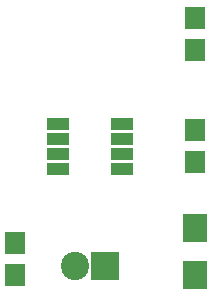
<source format=gbr>
G04 #@! TF.FileFunction,Soldermask,Top*
%FSLAX46Y46*%
G04 Gerber Fmt 4.6, Leading zero omitted, Abs format (unit mm)*
G04 Created by KiCad (PCBNEW 4.0.6) date 2017 March 28, Tuesday 16:58:51*
%MOMM*%
%LPD*%
G01*
G04 APERTURE LIST*
%ADD10C,0.100000*%
%ADD11R,2.000000X2.400000*%
%ADD12R,2.400000X2.400000*%
%ADD13C,2.400000*%
%ADD14R,1.700000X1.900000*%
%ADD15R,1.950000X1.000000*%
G04 APERTURE END LIST*
D10*
D11*
X222250000Y-133890000D03*
X222250000Y-137890000D03*
D12*
X214630000Y-137160000D03*
D13*
X212090000Y-137160000D03*
D14*
X222250000Y-116125000D03*
X222250000Y-118825000D03*
X222250000Y-125650000D03*
X222250000Y-128350000D03*
X207010000Y-135175000D03*
X207010000Y-137875000D03*
D15*
X210660000Y-125095000D03*
X210660000Y-126365000D03*
X210660000Y-127635000D03*
X210660000Y-128905000D03*
X216060000Y-128905000D03*
X216060000Y-127635000D03*
X216060000Y-126365000D03*
X216060000Y-125095000D03*
M02*

</source>
